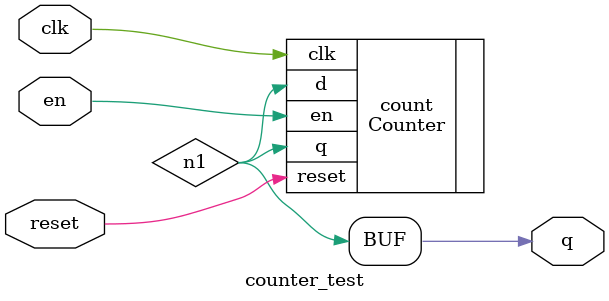
<source format=sv>
module counter_test(input logic clk, reset, en,
						  output logic q);
						  
						  logic n1;
			
				Counter count(.clk(clk), .reset(reset), .en(en), .q(n1), .d(n1));
				assign q = n1;
endmodule
</source>
